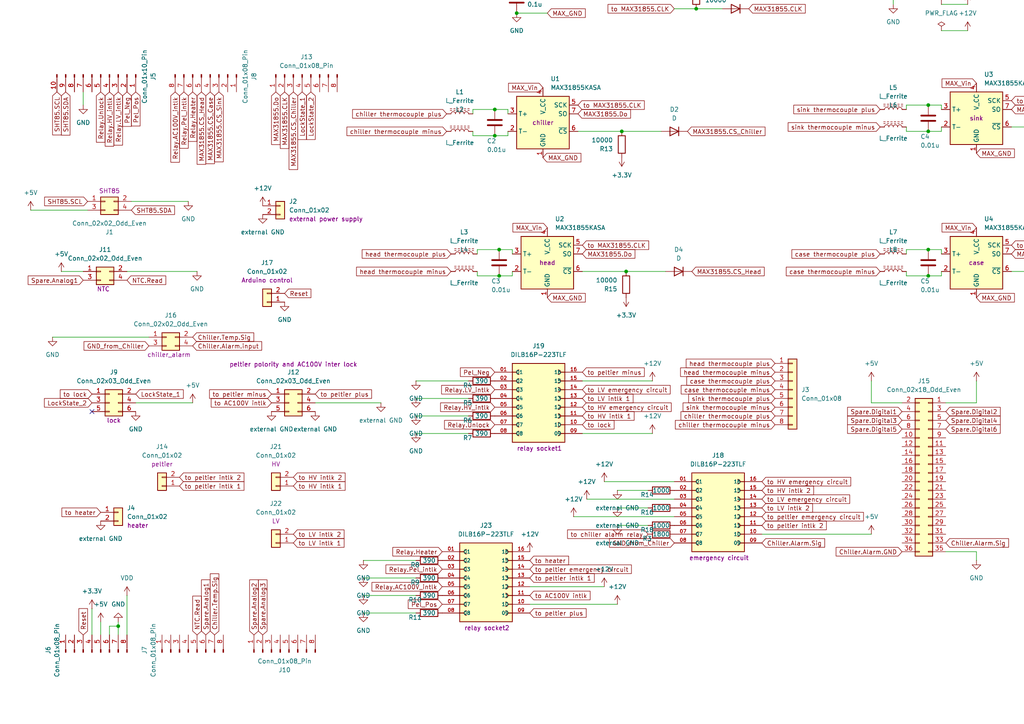
<source format=kicad_sch>
(kicad_sch (version 20231120) (generator "eeschema") (generator_version "8.0")
  (paper "A4")
  (junction (at 34.29 181.61))
  (junction (at 306.07 78.74))
  (junction (at 269.24 30.48))
  (junction (at 306.07 36.83))
  (junction (at 143.51 31.75))
  (junction (at 180.34 38.1))
  (junction (at 269.24 72.39))
  (junction (at 201.93 2.54))
  (junction (at 269.24 80.01))
  (junction (at 269.24 38.1))
  (junction (at 294.64 275.59))
  (junction (at 149.86 -3.81))
  (junction (at 144.78 72.39))
  (junction (at 144.78 80.01))
  (junction (at 143.51 39.37))
  (junction (at 294.64 260.35))
  (junction (at 271.78 274.32))
  (junction (at 181.61 78.74))
  (junction (at 149.86 3.81))
  (no_connect (at 26.67 119.38))
  (wire (pts (xy 262.89 72.39) (xy 269.24 72.39)))
  (wire (pts (xy 148.59 72.39) (xy 144.78 72.39)))
  (wire (pts (xy 273.05 72.39) (xy 269.24 72.39)))
  (wire (pts (xy 39.37 116.84) (xy 55.88 116.84)))
  (wire (pts (xy 179.07 152.4) (xy 187.96 152.4)))
  (wire (pts (xy 147.32 31.75) (xy 143.51 31.75)))
  (wire (pts (xy 120.65 115.57) (xy 135.89 115.57)))
  (wire (pts (xy 137.16 31.75) (xy 143.51 31.75)))
  (wire (pts (xy 166.37 149.86) (xy 195.58 149.86)))
  (wire (pts (xy 273.05 -6.35) (xy 280.67 -6.35)))
  (wire (pts (xy 179.07 142.24) (xy 187.96 142.24)))
  (wire (pts (xy 180.34 38.1) (xy 167.64 38.1)))
  (wire (pts (xy 36.83 172.72) (xy 36.83 184.15)))
  (wire (pts (xy 252.73 266.7) (xy 264.16 266.7)))
  (wire (pts (xy 148.59 73.66) (xy 148.59 72.39)))
  (wire (pts (xy 306.07 36.83) (xy 293.37 36.83)))
  (wire (pts (xy 306.07 78.74) (xy 293.37 78.74)))
  (wire (pts (xy 138.43 80.01) (xy 144.78 80.01)))
  (wire (pts (xy 31.75 181.61) (xy 31.75 184.15)))
  (wire (pts (xy 137.16 38.1) (xy 137.16 39.37)))
  (wire (pts (xy 252.73 116.84) (xy 261.62 116.84)))
  (wire (pts (xy 262.89 73.66) (xy 262.89 72.39)))
  (wire (pts (xy 252.73 260.35) (xy 294.64 260.35)))
  (wire (pts (xy 36.83 78.74) (xy 57.15 78.74)))
  (wire (pts (xy 273.05 73.66) (xy 273.05 72.39)))
  (wire (pts (xy 180.34 38.1) (xy 191.77 38.1)))
  (wire (pts (xy 252.73 265.43) (xy 252.73 266.7)))
  (wire (pts (xy 273.05 8.89) (xy 280.67 8.89)))
  (wire (pts (xy 105.41 172.72) (xy 120.65 172.72)))
  (wire (pts (xy 26.67 176.53) (xy 26.67 184.15)))
  (wire (pts (xy 252.73 110.49) (xy 252.73 116.84)))
  (wire (pts (xy 299.72 283.21) (xy 294.64 283.21)))
  (wire (pts (xy 252.73 262.89) (xy 264.16 262.89)))
  (wire (pts (xy 264.16 266.7) (xy 264.16 274.32)))
  (wire (pts (xy 91.44 116.84) (xy 110.49 116.84)))
  (wire (pts (xy 273.05 78.74) (xy 273.05 80.01)))
  (wire (pts (xy 8.89 60.96) (xy 25.4 60.96)))
  (wire (pts (xy 262.89 78.74) (xy 262.89 80.01)))
  (wire (pts (xy 259.08 -2.54) (xy 259.08 1.27)))
  (wire (pts (xy 34.29 181.61) (xy 31.75 181.61)))
  (wire (pts (xy 137.16 33.02) (xy 137.16 31.75)))
  (wire (pts (xy 181.61 78.74) (xy 168.91 78.74)))
  (wire (pts (xy 147.32 39.37) (xy 143.51 39.37)))
  (wire (pts (xy 15.24 97.79) (xy 43.18 97.79)))
  (wire (pts (xy 306.07 78.74) (xy 317.5 78.74)))
  (wire (pts (xy 175.26 139.7) (xy 195.58 139.7)))
  (wire (pts (xy 34.29 181.61) (xy 34.29 184.15)))
  (wire (pts (xy 220.98 154.94) (xy 252.73 154.94)))
  (wire (pts (xy 283.21 160.02) (xy 283.21 162.56)))
  (wire (pts (xy 105.41 167.64) (xy 120.65 167.64)))
  (wire (pts (xy 273.05 38.1) (xy 269.24 38.1)))
  (wire (pts (xy 105.41 162.56) (xy 120.65 162.56)))
  (wire (pts (xy 262.89 38.1) (xy 269.24 38.1)))
  (wire (pts (xy 262.89 36.83) (xy 262.89 38.1)))
  (wire (pts (xy 181.61 78.74) (xy 193.04 78.74)))
  (wire (pts (xy 271.78 274.32) (xy 271.78 276.86)))
  (wire (pts (xy 273.05 1.27) (xy 280.67 1.27)))
  (wire (pts (xy 120.65 110.49) (xy 135.89 110.49)))
  (wire (pts (xy 273.05 31.75) (xy 273.05 30.48)))
  (wire (pts (xy 201.93 2.54) (xy 209.55 2.54)))
  (wire (pts (xy 170.18 144.78) (xy 195.58 144.78)))
  (wire (pts (xy 105.41 177.8) (xy 120.65 177.8)))
  (wire (pts (xy 138.43 73.66) (xy 138.43 72.39)))
  (wire (pts (xy 168.91 125.73) (xy 189.23 125.73)))
  (wire (pts (xy 137.16 39.37) (xy 143.51 39.37)))
  (wire (pts (xy 294.64 260.35) (xy 304.8 260.35)))
  (wire (pts (xy 283.21 110.49) (xy 283.21 116.84)))
  (wire (pts (xy 218.44 260.35) (xy 240.03 260.35)))
  (wire (pts (xy 148.59 80.01) (xy 144.78 80.01)))
  (wire (pts (xy 273.05 30.48) (xy 269.24 30.48)))
  (wire (pts (xy 273.05 36.83) (xy 273.05 38.1)))
  (wire (pts (xy 262.89 30.48) (xy 269.24 30.48)))
  (wire (pts (xy 262.89 80.01) (xy 269.24 80.01)))
  (wire (pts (xy 262.89 31.75) (xy 262.89 30.48)))
  (wire (pts (xy 274.32 160.02) (xy 283.21 160.02)))
  (wire (pts (xy 153.67 175.26) (xy 179.07 175.26)))
  (wire (pts (xy 149.86 3.81) (xy 158.75 3.81)))
  (wire (pts (xy 179.07 147.32) (xy 187.96 147.32)))
  (wire (pts (xy 153.67 170.18) (xy 175.26 170.18)))
  (wire (pts (xy 168.91 110.49) (xy 189.23 110.49)))
  (wire (pts (xy 283.21 116.84) (xy 274.32 116.84)))
  (wire (pts (xy 17.78 78.74) (xy 24.13 78.74)))
  (wire (pts (xy 299.72 275.59) (xy 294.64 275.59)))
  (wire (pts (xy 148.59 78.74) (xy 148.59 80.01)))
  (wire (pts (xy 138.43 72.39) (xy 144.78 72.39)))
  (wire (pts (xy 29.21 180.34) (xy 29.21 184.15)))
  (wire (pts (xy 24.13 26.67) (xy 24.13 30.48)))
  (wire (pts (xy 294.64 271.78) (xy 294.64 275.59)))
  (wire (pts (xy 138.43 78.74) (xy 138.43 80.01)))
  (wire (pts (xy 38.1 58.42) (xy 54.61 58.42)))
  (wire (pts (xy 120.65 120.65) (xy 135.89 120.65)))
  (wire (pts (xy 195.58 2.54) (xy 201.93 2.54)))
  (wire (pts (xy 149.86 -3.81) (xy 158.75 -3.81)))
  (wire (pts (xy 120.65 125.73) (xy 135.89 125.73)))
  (wire (pts (xy 294.64 260.35) (xy 294.64 264.16)))
  (wire (pts (xy 273.05 80.01) (xy 269.24 80.01)))
  (wire (pts (xy 306.07 36.83) (xy 317.5 36.83)))
  (wire (pts (xy 147.32 38.1) (xy 147.32 39.37)))
  (wire (pts (xy 147.32 33.02) (xy 147.32 31.75)))
  (wire (pts (xy 34.29 180.34) (xy 34.29 181.61)))
  (global_label "GND_from_Chiller" (shape input) (at 43.18 100.33 180) (property "Intersheetrefs" "${INTERSHEET_REFS}" (effects (hide yes))))
  (global_label "MAX_Vin" (shape input) (at 157.48 25.4 180) (property "Intersheetrefs" "${INTERSHEET_REFS}" (effects (hide yes))))
  (global_label "to peltier emergency circuit" (shape input) (at 153.67 165.1 0) (property "Intersheetrefs" "${INTERSHEET_REFS}" (effects (hide yes))))
  (global_label "to peltier intlk 2" (shape input) (at 220.98 152.4 0) (property "Intersheetrefs" "${INTERSHEET_REFS}" (effects (hide yes))))
  (global_label "to LV emergency circuit" (shape input) (at 168.91 113.03 0) (property "Intersheetrefs" "${INTERSHEET_REFS}" (effects (hide yes))))
  (global_label "to MAX31855.CLK" (shape input) (at 167.64 30.48 0) (property "Intersheetrefs" "${INTERSHEET_REFS}" (effects (hide yes))))
  (global_label "case thermocouple plus" (shape input) (at 255.27 73.66 180) (property "Intersheetrefs" "${INTERSHEET_REFS}" (effects (hide yes))))
  (global_label "Spare.Digital3" (shape input) (at 261.62 121.92 180) (property "Intersheetrefs" "${INTERSHEET_REFS}" (effects (hide yes))))
  (global_label "MAX_GND" (shape input) (at 158.75 86.36 0) (property "Intersheetrefs" "${INTERSHEET_REFS}" (effects (hide yes))))
  (global_label "Pel_Neg" (shape input) (at 143.51 107.95 180) (property "Intersheetrefs" "${INTERSHEET_REFS}" (effects (hide yes))))
  (global_label "to chiller alarm relay" (shape input) (at 187.96 154.94 180) (property "Intersheetrefs" "${INTERSHEET_REFS}" (effects (hide yes))))
  (global_label "LockState_1" (shape input) (at 87.63 26.67 270) (property "Intersheetrefs" "${INTERSHEET_REFS}" (effects (hide yes))))
  (global_label "Spare.Digital4" (shape input) (at 274.32 121.92 0) (property "Intersheetrefs" "${INTERSHEET_REFS}" (effects (hide yes))))
  (global_label "MAX31855.Do" (shape input) (at 167.64 33.02 0) (property "Intersheetrefs" "${INTERSHEET_REFS}" (effects (hide yes))))
  (global_label "LockState_1" (shape input) (at 39.37 114.3 0) (property "Intersheetrefs" "${INTERSHEET_REFS}" (effects (hide yes))))
  (global_label "Relay.Heater" (shape input) (at 128.27 160.02 180) (property "Intersheetrefs" "${INTERSHEET_REFS}" (effects (hide yes))))
  (global_label "to MAX31855.CLK" (shape input) (at 293.37 29.21 0) (property "Intersheetrefs" "${INTERSHEET_REFS}" (effects (hide yes))))
  (global_label "to AC100V intlk" (shape input) (at 78.74 116.84 180) (property "Intersheetrefs" "${INTERSHEET_REFS}" (effects (hide yes))))
  (global_label "MAX31855.CS_Case" (shape input) (at 60.96 26.67 270) (property "Intersheetrefs" "${INTERSHEET_REFS}" (effects (hide yes))))
  (global_label "chiller thermocouple plus" (shape input) (at 129.54 33.02 180) (property "Intersheetrefs" "${INTERSHEET_REFS}" (effects (hide yes))))
  (global_label "Spare.Digital5" (shape input) (at 261.62 124.46 180) (property "Intersheetrefs" "${INTERSHEET_REFS}" (effects (hide yes))))
  (global_label "to MAX31855.CLK" (shape input) (at 168.91 71.12 0) (property "Intersheetrefs" "${INTERSHEET_REFS}" (effects (hide yes))))
  (global_label "LockState_2" (shape input) (at 26.67 116.84 180) (property "Intersheetrefs" "${INTERSHEET_REFS}" (effects (hide yes))))
  (global_label "MAX31855.Do" (shape input) (at 293.37 31.75 0) (property "Intersheetrefs" "${INTERSHEET_REFS}" (effects (hide yes))))
  (global_label "head thermocouple plus" (shape input) (at 130.81 73.66 180) (property "Intersheetrefs" "${INTERSHEET_REFS}" (effects (hide yes))))
  (global_label "sink thermocouple minus" (shape input) (at 224.79 118.11 180) (property "Intersheetrefs" "${INTERSHEET_REFS}" (effects (hide yes))))
  (global_label "MAX_GND" (shape input) (at 157.48 45.72 0) (property "Intersheetrefs" "${INTERSHEET_REFS}" (effects (hide yes))))
  (global_label "Chiller.Temp.Sig" (shape input) (at 62.23 184.15 90) (property "Intersheetrefs" "${INTERSHEET_REFS}" (effects (hide yes))))
  (global_label "to peltier minus" (shape input) (at 78.74 114.3 180) (property "Intersheetrefs" "${INTERSHEET_REFS}" (effects (hide yes))))
  (global_label "to peltier minus" (shape input) (at 168.91 107.95 0) (property "Intersheetrefs" "${INTERSHEET_REFS}" (effects (hide yes))))
  (global_label "MAX31855.CS_Sink" (shape input) (at 63.5 26.67 270) (property "Intersheetrefs" "${INTERSHEET_REFS}" (effects (hide yes))))
  (global_label "head thermocouple plus" (shape input) (at 224.79 105.41 180) (property "Intersheetrefs" "${INTERSHEET_REFS}" (effects (hide yes))))
  (global_label "SHT85.SCL" (shape input) (at 25.4 58.42 180) (property "Intersheetrefs" "${INTERSHEET_REFS}" (effects (hide yes))))
  (global_label "head thermocouple minus" (shape input) (at 224.79 107.95 180) (property "Intersheetrefs" "${INTERSHEET_REFS}" (effects (hide yes))))
  (global_label "Relay.HV_intlk" (shape input) (at 143.51 118.11 180) (property "Intersheetrefs" "${INTERSHEET_REFS}" (effects (hide yes))))
  (global_label "MAX_GND" (shape input) (at 158.75 3.81 0) (property "Intersheetrefs" "${INTERSHEET_REFS}" (effects (hide yes))))
  (global_label "MAX_GND" (shape input) (at 283.21 86.36 0) (property "Intersheetrefs" "${INTERSHEET_REFS}" (effects (hide yes))))
  (global_label "case thermocouple plus" (shape input) (at 224.79 110.49 180) (property "Intersheetrefs" "${INTERSHEET_REFS}" (effects (hide yes))))
  (global_label "Relay.Unlock" (shape input) (at 143.51 123.19 180) (property "Intersheetrefs" "${INTERSHEET_REFS}" (effects (hide yes))))
  (global_label "GND_from_Chiller" (shape input) (at 294.64 283.21 270) (property "Intersheetrefs" "${INTERSHEET_REFS}" (effects (hide yes))))
  (global_label "GND_from_Chiller" (shape input) (at 195.58 157.48 180) (property "Intersheetrefs" "${INTERSHEET_REFS}" (effects (hide yes))))
  (global_label "Relay.LV_intlk" (shape input) (at 143.51 113.03 180) (property "Intersheetrefs" "${INTERSHEET_REFS}" (effects (hide yes))))
  (global_label "sink thermocouple plus" (shape input) (at 255.27 31.75 180) (property "Intersheetrefs" "${INTERSHEET_REFS}" (effects (hide yes))))
  (global_label "Pel_Neg" (shape input) (at 36.83 26.67 270) (property "Intersheetrefs" "${INTERSHEET_REFS}" (effects (hide yes))))
  (global_label "to HV emergency circuit" (shape input) (at 220.98 139.7 0) (property "Intersheetrefs" "${INTERSHEET_REFS}" (effects (hide yes))))
  (global_label "Spare.Analog1" (shape input) (at 24.13 81.28 180) (property "Intersheetrefs" "${INTERSHEET_REFS}" (effects (hide yes))))
  (global_label "Spare.Analog1" (shape input) (at 59.69 184.15 90) (property "Intersheetrefs" "${INTERSHEET_REFS}" (effects (hide yes))))
  (global_label "Chiller.Temp.Sig" (shape input) (at 55.88 97.79 0) (property "Intersheetrefs" "${INTERSHEET_REFS}" (effects (hide yes))))
  (global_label "to MAX31855.CLK" (shape input) (at 293.37 71.12 0) (property "Intersheetrefs" "${INTERSHEET_REFS}" (effects (hide yes))))
  (global_label "Spare.Digital1" (shape input) (at 261.62 119.38 180) (property "Intersheetrefs" "${INTERSHEET_REFS}" (effects (hide yes))))
  (global_label "chiller thermocouple minus" (shape input) (at 129.54 38.1 180) (property "Intersheetrefs" "${INTERSHEET_REFS}" (effects (hide yes))))
  (global_label "Relay.HV_intlk" (shape input) (at 31.75 26.67 270) (property "Intersheetrefs" "${INTERSHEET_REFS}" (effects (hide yes))))
  (global_label "to chiller alarm relay" (shape input) (at 304.8 260.35 0) (property "Intersheetrefs" "${INTERSHEET_REFS}" (effects (hide yes))))
  (global_label "sink thermocouple minus" (shape input) (at 255.27 36.83 180) (property "Intersheetrefs" "${INTERSHEET_REFS}" (effects (hide yes))))
  (global_label "to HV intlk 2" (shape input) (at 220.98 142.24 0) (property "Intersheetrefs" "${INTERSHEET_REFS}" (effects (hide yes))))
  (global_label "to LV intlk 1" (shape input) (at 85.09 157.48 0) (property "Intersheetrefs" "${INTERSHEET_REFS}" (effects (hide yes))))
  (global_label "MAX31855.Do" (shape input) (at 168.91 73.66 0) (property "Intersheetrefs" "${INTERSHEET_REFS}" (effects (hide yes))))
  (global_label "Relay.Pel_intlk" (shape input) (at 128.27 165.1 180) (property "Intersheetrefs" "${INTERSHEET_REFS}" (effects (hide yes))))
  (global_label "to HV intlk 2" (shape input) (at 85.09 138.43 0) (property "Intersheetrefs" "${INTERSHEET_REFS}" (effects (hide yes))))
  (global_label "to AC100V intlk" (shape input) (at 153.67 172.72 0) (property "Intersheetrefs" "${INTERSHEET_REFS}" (effects (hide yes))))
  (global_label "Pel_Pos" (shape input) (at 39.37 26.67 270) (property "Intersheetrefs" "${INTERSHEET_REFS}" (effects (hide yes))))
  (global_label "LockState_2" (shape input) (at 90.17 26.67 270) (property "Intersheetrefs" "${INTERSHEET_REFS}" (effects (hide yes))))
  (global_label "MAX31855.CLK" (shape input) (at 217.17 2.54 0) (property "Intersheetrefs" "${INTERSHEET_REFS}" (effects (hide yes))))
  (global_label "Relay.Unlock" (shape input) (at 29.21 26.67 270) (property "Intersheetrefs" "${INTERSHEET_REFS}" (effects (hide yes))))
  (global_label "head thermocouple minus" (shape input) (at 130.81 78.74 180) (property "Intersheetrefs" "${INTERSHEET_REFS}" (effects (hide yes))))
  (global_label "sink thermocouple plus" (shape input) (at 224.79 115.57 180) (property "Intersheetrefs" "${INTERSHEET_REFS}" (effects (hide yes))))
  (global_label "GND_from_Chiller" (shape input) (at 279.4 274.32 270) (property "Intersheetrefs" "${INTERSHEET_REFS}" (effects (hide yes))))
  (global_label "MAX31855.Do" (shape input) (at 293.37 73.66 0) (property "Intersheetrefs" "${INTERSHEET_REFS}" (effects (hide yes))))
  (global_label "to peltier intlk 1" (shape input) (at 153.67 167.64 0) (property "Intersheetrefs" "${INTERSHEET_REFS}" (effects (hide yes))))
  (global_label "Chiller.Alarm.Sig" (shape input) (at 220.98 157.48 0) (property "Intersheetrefs" "${INTERSHEET_REFS}" (effects (hide yes))))
  (global_label "MAX31855.CS_Case" (shape input) (at 325.12 78.74 0) (property "Intersheetrefs" "${INTERSHEET_REFS}" (effects (hide yes))))
  (global_label "to HV intlk 1" (shape input) (at 168.91 120.65 0) (property "Intersheetrefs" "${INTERSHEET_REFS}" (effects (hide yes))))
  (global_label "to peltier plus" (shape input) (at 91.44 114.3 0) (property "Intersheetrefs" "${INTERSHEET_REFS}" (effects (hide yes))))
  (global_label "MAX_Vin" (shape input) (at 283.21 24.13 180) (property "Intersheetrefs" "${INTERSHEET_REFS}" (effects (hide yes))))
  (global_label "SHT85.SDA" (shape input) (at 19.05 26.67 270) (property "Intersheetrefs" "${INTERSHEET_REFS}" (effects (hide yes))))
  (global_label "to LV intlk 2" (shape input) (at 85.09 154.94 0) (property "Intersheetrefs" "${INTERSHEET_REFS}" (effects (hide yes))))
  (global_label "to LV intlk 2" (shape input) (at 220.98 147.32 0) (property "Intersheetrefs" "${INTERSHEET_REFS}" (effects (hide yes))))
  (global_label "MAX31855.CS_Head" (shape input) (at 200.66 78.74 0) (property "Intersheetrefs" "${INTERSHEET_REFS}" (effects (hide yes))))
  (global_label "chiller thermocouple minus" (shape input) (at 224.79 123.19 180) (property "Intersheetrefs" "${INTERSHEET_REFS}" (effects (hide yes))))
  (global_label "to LV emergency circuit" (shape input) (at 220.98 144.78 0) (property "Intersheetrefs" "${INTERSHEET_REFS}" (effects (hide yes))))
  (global_label "SHT85.SDA" (shape input) (at 38.1 60.96 0) (property "Intersheetrefs" "${INTERSHEET_REFS}" (effects (hide yes))))
  (global_label "MAX_GND" (shape input) (at 283.21 44.45 0) (property "Intersheetrefs" "${INTERSHEET_REFS}" (effects (hide yes))))
  (global_label "MAX31855.CS_Chiller" (shape input) (at 85.09 26.67 270) (property "Intersheetrefs" "${INTERSHEET_REFS}" (effects (hide yes))))
  (global_label "Relay.LV_intlk" (shape input) (at 34.29 26.67 270) (property "Intersheetrefs" "${INTERSHEET_REFS}" (effects (hide yes))))
  (global_label "MAX31855.CLK" (shape input) (at 82.55 26.67 270) (property "Intersheetrefs" "${INTERSHEET_REFS}" (effects (hide yes))))
  (global_label "Pel_Pos" (shape input) (at 128.27 175.26 180) (property "Intersheetrefs" "${INTERSHEET_REFS}" (effects (hide yes))))
  (global_label "case thermocouple minus" (shape input) (at 255.27 78.74 180) (property "Intersheetrefs" "${INTERSHEET_REFS}" (effects (hide yes))))
  (global_label "Relay.AC100V_intlk" (shape input) (at 50.8 26.67 270) (property "Intersheetrefs" "${INTERSHEET_REFS}" (effects (hide yes))))
  (global_label "MAX31855.CS_Chiller" (shape input) (at 199.39 38.1 0) (property "Intersheetrefs" "${INTERSHEET_REFS}" (effects (hide yes))))
  (global_label "Chiller.Alarm.Sig" (shape input) (at 274.32 157.48 0) (property "Intersheetrefs" "${INTERSHEET_REFS}" (effects (hide yes))))
  (global_label "chiller thermocouple plus" (shape input) (at 224.79 120.65 180) (property "Intersheetrefs" "${INTERSHEET_REFS}" (effects (hide yes))))
  (global_label "MAX_Vin" (shape input) (at 158.75 -3.81 0) (property "Intersheetrefs" "${INTERSHEET_REFS}" (effects (hide yes))))
  (global_label "NTC.Read" (shape input) (at 57.15 184.15 90) (property "Intersheetrefs" "${INTERSHEET_REFS}" (effects (hide yes))))
  (global_label "to peltier intlk 1" (shape input) (at 52.07 140.97 0) (property "Intersheetrefs" "${INTERSHEET_REFS}" (effects (hide yes))))
  (global_label "to MAX31855.CLK" (shape input) (at 195.58 2.54 180) (property "Intersheetrefs" "${INTERSHEET_REFS}" (effects (hide yes))))
  (global_label "SHT85.SCL" (shape input) (at 16.51 26.67 270) (property "Intersheetrefs" "${INTERSHEET_REFS}" (effects (hide yes))))
  (global_label "Spare.Digital2" (shape input) (at 274.32 119.38 0) (property "Intersheetrefs" "${INTERSHEET_REFS}" (effects (hide yes))))
  (global_label "to peltier plus" (shape input) (at 153.67 177.8 0) (property "Intersheetrefs" "${INTERSHEET_REFS}" (effects (hide yes))))
  (global_label "NTC.Read" (shape input) (at 36.83 81.28 0) (property "Intersheetrefs" "${INTERSHEET_REFS}" (effects (hide yes))))
  (global_label "MAX_Vin" (shape input) (at 158.75 66.04 180) (property "Intersheetrefs" "${INTERSHEET_REFS}" (effects (hide yes))))
  (global_label "Spare.Analog3" (shape input) (at 76.2 184.15 90) (property "Intersheetrefs" "${INTERSHEET_REFS}" (effects (hide yes))))
  (global_label "Chiller.Alarm.input" (shape input) (at 264.16 262.89 0) (property "Intersheetrefs" "${INTERSHEET_REFS}" (effects (hide yes))))
  (global_label "Relay.Pel_intlk" (shape input) (at 53.34 26.67 270) (property "Intersheetrefs" "${INTERSHEET_REFS}" (effects (hide yes))))
  (global_label "GND_from_Chiller" (shape input) (at 240.03 265.43 180) (property "Intersheetrefs" "${INTERSHEET_REFS}" (effects (hide yes))))
  (global_label "Chiller.Alarm.GND" (shape input) (at 240.03 262.89 180) (property "Intersheetrefs" "${INTERSHEET_REFS}" (effects (hide yes))))
  (global_label "to HV emergency circuit" (shape input) (at 168.91 118.11 0) (property "Intersheetrefs" "${INTERSHEET_REFS}" (effects (hide yes))))
  (global_label "MAX31855.CS_Head" (shape input) (at 58.42 26.67 270) (property "Intersheetrefs" "${INTERSHEET_REFS}" (effects (hide yes))))
  (global_label "Reset" (shape input) (at 24.13 184.15 90) (property "Intersheetrefs" "${INTERSHEET_REFS}" (effects (hide yes))))
  (global_label "to peltier emergency circuit" (shape input) (at 220.98 149.86 0) (property "Intersheetrefs" "${INTERSHEET_REFS}" (effects (hide yes))))
  (global_label "to HV intlk 1" (shape input) (at 85.09 140.97 0) (property "Intersheetrefs" "${INTERSHEET_REFS}" (effects (hide yes))))
  (global_label "Chiller.Alarm.Sig" (shape input) (at 271.78 276.86 270) (property "Intersheetrefs" "${INTERSHEET_REFS}" (effects (hide yes))))
  (global_label "Relay.Heater" (shape input) (at 55.88 26.67 270) (property "Intersheetrefs" "${INTERSHEET_REFS}" (effects (hide yes))))
  (global_label "to lock" (shape input) (at 26.67 114.3 180) (property "Intersheetrefs" "${INTERSHEET_REFS}" (effects (hide yes))))
  (global_label "Spare.Digital6" (shape input) (at 274.32 124.46 0) (property "Intersheetrefs" "${INTERSHEET_REFS}" (effects (hide yes))))
  (global_label "to LV intlk 1" (shape input) (at 168.91 115.57 0) (property "Intersheetrefs" "${INTERSHEET_REFS}" (effects (hide yes))))
  (global_label "to lock" (shape input) (at 168.91 123.19 0) (property "Intersheetrefs" "${INTERSHEET_REFS}" (effects (hide yes))))
  (global_label "to heater" (shape input) (at 29.21 148.59 180) (property "Intersheetrefs" "${INTERSHEET_REFS}" (effects (hide yes))))
  (global_label "Chiller.Alarm.input" (shape input) (at 55.88 100.33 0) (property "Intersheetrefs" "${INTERSHEET_REFS}" (effects (hide yes))))
  (global_label "to heater" (shape input) (at 153.67 162.56 0) (property "Intersheetrefs" "${INTERSHEET_REFS}" (effects (hide yes))))
  (global_label "case thermocouple minus" (shape input) (at 224.79 113.03 180) (property "Intersheetrefs" "${INTERSHEET_REFS}" (effects (hide yes))))
  (global_label "Spare.Analog2" (shape input) (at 73.66 184.15 90) (property "Intersheetrefs" "${INTERSHEET_REFS}" (effects (hide yes))))
  (global_label "MAX31855.CS_Sink" (shape input) (at 325.12 36.83 0) (property "Intersheetrefs" "${INTERSHEET_REFS}" (effects (hide yes))))
  (global_label "Chiller.Alarm.GND" (shape input) (at 261.62 160.02 180) (property "Intersheetrefs" "${INTERSHEET_REFS}" (effects (hide yes))))
  (global_label "MAX_Vin" (shape input) (at 283.21 66.04 180) (property "Intersheetrefs" "${INTERSHEET_REFS}" (effects (hide yes))))
  (global_label "to peltier intlk 2" (shape input) (at 52.07 138.43 0) (property "Intersheetrefs" "${INTERSHEET_REFS}" (effects (hide yes))))
  (global_label "MAX31855.Do" (shape input) (at 80.01 26.67 270) (property "Intersheetrefs" "${INTERSHEET_REFS}" (effects (hide yes))))
  (global_label "Relay.AC100V_intlk" (shape input) (at 128.27 170.18 180) (property "Intersheetrefs" "${INTERSHEET_REFS}" (effects (hide yes))))
  (global_label "Reset" (shape input) (at 82.55 85.09 0) (property "Intersheetrefs" "${INTERSHEET_REFS}" (effects (hide yes))))
  (symbol (lib_id "power:GND") (at 57.15 78.74 0) (unit 1)
    (property "Reference" "#PWR08" (effects (hide yes)))
    (property "Value" "GND" (at 57.15 83.82 0))
    (property "Description" "Power symbol creates a global label with name \"GND\" , ground" (effects (hide yes)))
  )
  (symbol (lib_id "power:+3.3V") (at 280.67 1.27 0) (unit 1)
    (property "Reference" "#PWR038" (effects (hide yes)))
    (property "Value" "+3.3V" (at 280.67 -3.81 0))
    (property "Description" "Power symbol creates a global label with name \"+3.3V\"" (effects (hide yes)))
  )
  (symbol (lib_id "Device:R") (at 124.46 172.72 90) (unit 1)
    (property "Reference" "R10" (at 120.396 173.99 90))
    (property "Value" "390" (at 124.46 172.72 90))
    (property "Footprint" "Resistor_SMD:R_0603_1608Metric_Pad0.98x0.95mm_HandSolder" (effects (hide yes)))
    (property "Description" "Resistor" (effects (hide yes)))
  )
  (symbol (lib_id "power:PWR_FLAG") (at 273.05 1.27 0) (unit 1)
    (property "Reference" "#FLG04" (effects (hide yes)))
    (property "Value" "PWR_FLAG" (at 273.05 -3.81 0))
    (property "Description" "Special symbol for telling ERC where power comes from" (effects (hide yes)))
  )
  (symbol (lib_id "Device:L_Ferrite") (at 133.35 33.02 90) (unit 1)
    (property "Reference" "L1" (at 133.35 26.67 90))
    (property "Value" "L_Ferrite" (at 133.35 29.21 90))
    (property "Footprint" "Inductor_SMD:L_0603_1608Metric_Pad1.05x0.95mm_HandSolder" (effects (hide yes)))
    (property "Description" "Inductor with ferrite core" (effects (hide yes)))
  )
  (symbol (lib_id "Device:R") (at 124.46 162.56 90) (unit 1)
    (property "Reference" "R8" (at 120.396 163.83 90))
    (property "Value" "390" (at 124.46 162.56 90))
    (property "Footprint" "Resistor_SMD:R_0603_1608Metric_Pad0.98x0.95mm_HandSolder" (effects (hide yes)))
    (property "Description" "Resistor" (effects (hide yes)))
  )
  (symbol (lib_id "Connector:Conn_01x08_Pin") (at 87.63 21.59 90) (mirror x) (unit 1)
    (property "Reference" "J13" (at 88.9 16.51 90))
    (property "Value" "Conn_01x08_Pin" (at 88.9 19.05 90))
    (property "Footprint" "Connector_PinHeader_2.54mm:PinHeader_1x08_P2.54mm_Vertical" (effects (hide yes)))
    (property "Description" "Generic connector, single row, 01x08, script generated" (effects (hide yes)))
  )
  (symbol (lib_id "Connector_Generic:Conn_01x02") (at 77.47 87.63 180) (unit 1)
    (property "Reference" "J17" (at 77.47 76.2 0))
    (property "Value" "Conn_01x02" (at 77.47 78.74 0))
    (property "Footprint" "my_expanded_footprint_library:Molex_Pico-Clasp_501331-0207_1x02-1MP_P1.00mm_Vertical" (effects (hide yes)))
    (property "Description" "Generic connector, single row, 01x02, script generated (kicad-library-utils/schlib/autogen/connector/)" (effects (hide yes)))
    (property "purpous" "Arduino control" (at 77.47 81.28 0))
  )
  (symbol (lib_id "Device:R") (at 191.77 147.32 90) (unit 1)
    (property "Reference" "R16" (at 187.706 148.59 90))
    (property "Value" "1000" (at 191.77 147.32 90))
    (property "Footprint" "Resistor_SMD:R_0603_1608Metric_Pad0.98x0.95mm_HandSolder" (effects (hide yes)))
    (property "Description" "Resistor" (effects (hide yes)))
  )
  (symbol (lib_id "Device:D") (at 294.64 279.4 270) (unit 1)
    (property "Reference" "D3" (at 300.99 279.4 0))
    (property "Value" "D" (at 298.45 279.4 0))
    (property "Footprint" "Diode_SMD:D_0603_1608Metric_Pad1.05x0.95mm_HandSolder" (effects (hide yes)))
    (property "Description" "Diode" (effects (hide yes)))
    (property "Sim.Device" "D" (effects (hide yes)))
    (property "Sim.Pins" "1=K 2=A" (effects (hide yes)))
  )
  (symbol (lib_id "power:+12V") (at 179.07 175.26 0) (unit 1)
    (property "Reference" "#PWR053" (effects (hide yes)))
    (property "Value" "+12V" (at 179.07 170.18 0))
    (property "Description" "Power symbol creates a global label with name \"+12V\"" (effects (hide yes)))
  )
  (symbol (lib_id "Connector_Generic:Conn_01x08") (at 229.87 113.03 0) (unit 1)
    (property "Reference" "J3" (at 232.41 113.0299 0) (effects (justify left)))
    (property "Value" "Conn_01x08" (at 232.41 115.5699 0) (effects (justify left)))
    (property "Footprint" "my_expanded_footprint_library:Molex_Pico-Clasp_501331-0807_1x08-1MP_P1.00mm_Vertical" (effects (hide yes)))
    (property "Description" "Generic connector, single row, 01x08, script generated (kicad-library-utils/schlib/autogen/connector/)" (effects (hide yes)))
    (property "purpose" "thermocouple connector" (effects (hide yes)))
  )
  (symbol (lib_id "power:GND") (at 91.44 119.38 0) (unit 1)
    (property "Reference" "#PWR051" (effects (hide yes)))
    (property "Value" "external GND" (at 91.44 124.46 0))
    (property "Description" "Power symbol creates a global label with name \"GND\" , ground" (effects (hide yes)))
  )
  (symbol (lib_id "power:+12V") (at 76.2 59.69 0) (unit 1)
    (property "Reference" "#PWR027" (effects (hide yes)))
    (property "Value" "+12V" (at 76.2 54.61 0))
    (property "Description" "Power symbol creates a global label with name \"+12V\"" (effects (hide yes)))
  )
  (symbol (lib_id "power:GND") (at 179.07 142.24 0) (unit 1)
    (property "Reference" "#PWR057" (effects (hide yes)))
    (property "Value" "external GND" (at 179.07 147.32 0))
    (property "Description" "Power symbol creates a global label with name \"GND\" , ground" (effects (hide yes)))
  )
  (symbol (lib_id "power:PWR_FLAG") (at 259.08 -2.54 0) (unit 1)
    (property "Reference" "#FLG01" (effects (hide yes)))
    (property "Value" "PWR_FLAG" (at 259.08 -7.62 0))
    (property "Description" "Special symbol for telling ERC where power comes from" (effects (hide yes)))
  )
  (symbol (lib_id "power:+3.3V") (at 26.67 176.53 0) (unit 1)
    (property "Reference" "#PWR018" (effects (hide yes)))
    (property "Value" "+3.3V" (at 26.67 171.45 0))
    (property "Description" "Power symbol creates a global label with name \"+3.3V\"" (effects (hide yes)))
  )
  (symbol (lib_id "Connector_Generic:Conn_01x02") (at 81.28 59.69 0) (unit 1)
    (property "Reference" "J2" (at 83.82 58.4199 0) (effects (justify left)))
    (property "Value" "Conn_01x02" (at 83.82 60.9599 0) (effects (justify left)))
    (property "Footprint" "Connector_Molex:Molex_Micro-Fit_3.0_43045-0215_2x01_P3.00mm_Vertical" (effects (hide yes)))
    (property "Description" "Generic connector, single row, 01x02, script generated (kicad-library-utils/schlib/autogen/connector/)" (effects (hide yes)))
    (property "purpous" "external power supply" (at 83.82 63.4999 0) (effects (justify left)))
  )
  (symbol (lib_id "Device:R") (at 124.46 167.64 90) (unit 1)
    (property "Reference" "R9" (at 120.396 168.91 90))
    (property "Value" "390" (at 124.46 167.64 90))
    (property "Footprint" "Resistor_SMD:R_0603_1608Metric_Pad0.98x0.95mm_HandSolder" (effects (hide yes)))
    (property "Description" "Resistor" (effects (hide yes)))
  )
  (symbol (lib_id "Connector_Generic:Conn_01x02") (at 34.29 148.59 0) (unit 1)
    (property "Reference" "J4" (at 36.83 147.3199 0) (effects (justify left)))
    (property "Value" "Conn_01x02" (at 36.83 149.8599 0) (effects (justify left)))
    (property "Footprint" "Connector_Molex:Molex_Micro-Fit_3.0_43045-0215_2x01_P3.00mm_Vertical" (effects (hide yes)))
    (property "Description" "Generic connector, single row, 01x02, script generated (kicad-library-utils/schlib/autogen/connector/)" (effects (hide yes)))
    (property "purpous" "heater" (at 36.83 152.3999 0) (effects (justify left)))
  )
  (symbol (lib_id "power:GND") (at 259.08 1.27 0) (unit 1)
    (property "Reference" "#PWR014" (effects (hide yes)))
    (property "Value" "GND" (at 259.08 6.35 0))
    (property "Description" "Power symbol creates a global label with name \"GND\" , ground" (effects (hide yes)))
  )
  (symbol (lib_id "Connector_Generic:Conn_02x18_Odd_Even") (at 269.24 137.16 0) (mirror y) (unit 1)
    (property "Reference" "J15" (at 267.97 110.49 0))
    (property "Value" "Conn_02x18_Odd_Even" (at 267.97 113.03 0))
    (property "Footprint" "Connector_PinHeader_2.54mm:PinHeader_2x18_P2.54mm_Vertical" (effects (hide yes)))
    (property "Description" "Generic connector, double row, 02x18, odd/even pin numbering scheme (row 1 odd numbers, row 2 even numbers), script generated (kicad-library-utils/schlib/autogen/connector/)" (effects (hide yes)))
  )
  (symbol (lib_id "Sensor_Temperature:MAX31855KASA") (at 157.48 35.56 0) (unit 1)
    (property "Reference" "U1" (at 159.6741 22.86 0) (effects (justify left)))
    (property "Value" "MAX31855KASA" (at 159.6741 25.4 0) (effects (justify left)))
    (property "Footprint" "my_expanded_footprint_library:SOIC-8_3.9x4.9mm_P1.27mm" (effects (hide yes)))
    (property "Datasheet" "http://datasheets.maximintegrated.com/en/ds/MAX31855.pdf" (effects (hide yes)))
    (property "Description" "Cold Junction K-type Termocouple Interface, SPI, SO8" (effects (hide yes)))
    (property "purpose" "chiller" (at 157.48 35.56 0))
  )
  (symbol (lib_id "Device:D") (at 196.85 78.74 180) (unit 1)
    (property "Reference" "D4" (at 196.85 72.39 0))
    (property "Value" "D" (at 196.85 74.93 0))
    (property "Footprint" "Diode_SMD:D_0603_1608Metric_Pad1.05x0.95mm_HandSolder" (effects (hide yes)))
    (property "Description" "Diode" (effects (hide yes)))
    (property "Sim.Device" "D" (effects (hide yes)))
    (property "Sim.Pins" "1=K 2=A" (effects (hide yes)))
  )
  (symbol (lib_id "Device:L_Ferrite") (at 134.62 73.66 90) (unit 1)
    (property "Reference" "L3" (at 134.62 67.31 90))
    (property "Value" "L_Ferrite" (at 134.62 69.85 90))
    (property "Footprint" "Inductor_SMD:L_0603_1608Metric_Pad1.05x0.95mm_HandSolder" (effects (hide yes)))
    (property "Description" "Inductor with ferrite core" (effects (hide yes)))
  )
  (symbol (lib_id "Connector_Generic:Conn_02x03_Odd_Even") (at 83.82 116.84 0) (unit 1)
    (property "Reference" "J12" (at 85.09 107.95 0))
    (property "Value" "Conn_02x03_Odd_Even" (at 85.09 110.49 0))
    (property "Footprint" "Connector_Molex:Molex_Micro-Fit_3.0_43045-0615_2x03_P3.00mm_Vertical" (effects (hide yes)))
    (property "Description" "Generic connector, double row, 02x03, odd/even pin numbering scheme (row 1 odd numbers, row 2 even numbers), script generated (kicad-library-utils/schlib/autogen/connector/)" (effects (hide yes)))
    (property "purpose" "peltier polority and AC100V inter lock" (at 85.09 105.664 0))
  )
  (symbol (lib_id "Device:R") (at 306.07 40.64 0) (mirror x) (unit 1)
    (property "Reference" "R17" (at 303.53 41.9101 0) (effects (justify right)))
    (property "Value" "10000" (at 303.53 39.3701 0) (effects (justify right)))
    (property "Footprint" "Resistor_SMD:R_0603_1608Metric_Pad0.98x0.95mm_HandSolder" (effects (hide yes)))
    (property "Description" "Resistor" (effects (hide yes)))
  )
  (symbol (lib_id "Device:C") (at 144.78 76.2 0) (unit 1)
    (property "Reference" "C3" (at 142.494 81.534 0) (effects (justify left)))
    (property "Value" "0.01u" (at 142.494 84.074 0) (effects (justify left)))
    (property "Footprint" "Capacitor_SMD:C_0603_1608Metric_Pad1.08x0.95mm_HandSolder" (effects (hide yes)))
    (property "Description" "Unpolarized capacitor" (effects (hide yes)))
  )
  (symbol (lib_id "power:GND") (at 15.24 97.79 0) (unit 1)
    (property "Reference" "#PWR030" (effects (hide yes)))
    (property "Value" "GND" (at 15.24 102.87 0))
    (property "Description" "Power symbol creates a global label with name \"GND\" , ground" (effects (hide yes)))
  )
  (symbol (lib_id "power:GND") (at 149.86 3.81 0) (unit 1)
    (property "Reference" "#PWR022" (effects (hide yes)))
    (property "Value" "GND" (at 149.86 8.89 0))
    (property "Description" "Power symbol creates a global label with name \"GND\" , ground" (effects (hide yes)))
  )
  (symbol (lib_id "Device:R") (at 275.59 274.32 270) (mirror x) (unit 1)
    (property "Reference" "R2" (at 275.59 267.97 90))
    (property "Value" "3900" (at 275.59 270.51 90))
    (property "Footprint" "Resistor_SMD:R_0603_1608Metric_Pad0.98x0.95mm_HandSolder" (effects (hide yes)))
    (property "Description" "Resistor" (effects (hide yes)))
  )
  (symbol (lib_id "power:+3.3V") (at 306.07 86.36 180) (unit 1)
    (property "Reference" "#PWR046" (effects (hide yes)))
    (property "Value" "+3.3V" (at 306.07 91.44 0))
    (property "Description" "Power symbol creates a global label with name \"+3.3V\"" (effects (hide yes)))
  )
  (symbol (lib_id "power:GND") (at 76.2 62.23 0) (unit 1)
    (property "Reference" "#PWR047" (effects (hide yes)))
    (property "Value" "external GND" (at 76.2 67.31 0))
    (property "Description" "Power symbol creates a global label with name \"GND\" , ground" (effects (hide yes)))
  )
  (symbol (lib_id "power:GND") (at 24.13 30.48 0) (unit 1)
    (property "Reference" "#PWR03" (effects (hide yes)))
    (property "Value" "GND" (at 24.13 35.56 0))
    (property "Description" "Power symbol creates a global label with name \"GND\" , ground" (effects (hide yes)))
  )
  (symbol (lib_id "power:GND") (at 82.55 87.63 0) (unit 1)
    (property "Reference" "#PWR019" (effects (hide yes)))
    (property "Value" "GND" (at 82.55 92.71 0))
    (property "Description" "Power symbol creates a global label with name \"GND\" , ground" (effects (hide yes)))
  )
  (symbol (lib_id "power:+3.3V") (at 149.86 -3.81 0) (unit 1)
    (property "Reference" "#PWR021" (effects (hide yes)))
    (property "Value" "+3.3V" (at 149.86 -8.89 0))
    (property "Description" "Power symbol creates a global label with name \"+3.3V\"" (effects (hide yes)))
  )
  (symbol (lib_id "power:PWR_FLAG") (at 273.05 8.89 0) (unit 1)
    (property "Reference" "#FLG03" (effects (hide yes)))
    (property "Value" "PWR_FLAG" (at 273.05 3.81 0))
    (property "Description" "Special symbol for telling ERC where power comes from" (effects (hide yes)))
  )
  (symbol (lib_id "Connector:Conn_01x08_Pin") (at 26.67 189.23 90) (unit 1)
    (property "Reference" "J6" (at 13.97 188.595 0))
    (property "Value" "Conn_01x08_Pin" (at 16.51 188.595 0))
    (property "Footprint" "Connector_PinHeader_2.54mm:PinHeader_1x08_P2.54mm_Vertical" (effects (hide yes)))
    (property "Description" "Generic connector, single row, 01x08, script generated" (effects (hide yes)))
  )
  (symbol (lib_id "Device:R") (at 181.61 82.55 0) (mirror x) (unit 1)
    (property "Reference" "R15" (at 179.07 83.8201 0) (effects (justify right)))
    (property "Value" "10000" (at 179.07 81.2801 0) (effects (justify right)))
    (property "Footprint" "Resistor_SMD:R_0603_1608Metric_Pad0.98x0.95mm_HandSolder" (effects (hide yes)))
    (property "Description" "Resistor" (effects (hide yes)))
  )
  (symbol (lib_id "Device:L_Ferrite") (at 259.08 78.74 90) (unit 1)
    (property "Reference" "L8" (at 259.08 72.39 90))
    (property "Value" "L_Ferrite" (at 259.08 82.042 90))
    (property "Footprint" "Inductor_SMD:L_0603_1608Metric_Pad1.05x0.95mm_HandSolder" (effects (hide yes)))
    (property "Description" "Inductor with ferrite core" (effects (hide yes)))
  )
  (symbol (lib_id "Connector_Generic:Conn_01x02") (at 80.01 157.48 180) (unit 1)
    (property "Reference" "J22" (at 80.01 146.05 0))
    (property "Value" "Conn_01x02" (at 80.01 148.59 0))
    (property "Footprint" "my_expanded_footprint_library:Molex_Pico-Clasp_501331-0207_1x02-1MP_P1.00mm_Vertical" (effects (hide yes)))
    (property "Description" "Generic connector, single row, 01x02, script generated (kicad-library-utils/schlib/autogen/connector/)" (effects (hide yes)))
    (property "purpous" "LV" (at 80.01 151.13 0))
  )
  (symbol (lib_id "Device:R") (at 139.7 120.65 90) (unit 1)
    (property "Reference" "R6" (at 135.636 121.92 90))
    (property "Value" "390" (at 139.7 120.65 90))
    (property "Footprint" "Resistor_SMD:R_0603_1608Metric_Pad0.98x0.95mm_HandSolder" (effects (hide yes)))
    (property "Description" "Resistor" (effects (hide yes)))
  )
  (symbol (lib_id "Sensor_Temperature:MAX31855KASA") (at 283.21 34.29 0) (unit 1)
    (property "Reference" "U3" (at 285.4041 21.59 0) (effects (justify left)))
    (property "Value" "MAX31855KASA" (at 285.4041 24.13 0) (effects (justify left)))
    (property "Footprint" "my_expanded_footprint_library:SOIC-8_3.9x4.9mm_P1.27mm" (effects (hide yes)))
    (property "Datasheet" "http://datasheets.maximintegrated.com/en/ds/MAX31855.pdf" (effects (hide yes)))
    (property "Description" "Cold Junction K-type Termocouple Interface, SPI, SO8" (effects (hide yes)))
    (property "purpose" "sink" (at 283.21 34.29 0))
  )
  (symbol (lib_id "power:+5V") (at 283.21 110.49 0) (unit 1)
    (property "Reference" "#PWR015" (effects (hide yes)))
    (property "Value" "+5V" (at 283.21 105.41 0))
    (property "Description" "Power symbol creates a global label with name \"+5V\"" (effects (hide yes)))
  )
  (symbol (lib_id "Connector_Generic:Conn_01x02") (at 80.01 140.97 180) (unit 1)
    (property "Reference" "J21" (at 80.01 129.54 0))
    (property "Value" "Conn_01x02" (at 80.01 132.08 0))
    (property "Footprint" "my_expanded_footprint_library:Molex_Pico-Clasp_501331-0207_1x02-1MP_P1.00mm_Vertical" (effects (hide yes)))
    (property "Description" "Generic connector, single row, 01x02, script generated (kicad-library-utils/schlib/autogen/connector/)" (effects (hide yes)))
    (property "purpous" "HV" (at 80.01 134.62 0))
  )
  (symbol (lib_id "Device:D") (at 299.72 279.4 90) (unit 1)
    (property "Reference" "D5" (at 306.07 279.4 0))
    (property "Value" "D" (at 303.53 279.4 0))
    (property "Footprint" "Diode_SMD:D_0603_1608Metric_Pad1.05x0.95mm_HandSolder" (effects (hide yes)))
    (property "Description" "Diode" (effects (hide yes)))
    (property "Sim.Device" "D" (effects (hide yes)))
    (property "Sim.Pins" "1=K 2=A" (effects (hide yes)))
  )
  (symbol (lib_id "Device:R") (at 180.34 41.91 0) (mirror x) (unit 1)
    (property "Reference" "R13" (at 177.8 43.1801 0) (effects (justify right)))
    (property "Value" "10000" (at 177.8 40.6401 0) (effects (justify right)))
    (property "Footprint" "Resistor_SMD:R_0603_1608Metric_Pad0.98x0.95mm_HandSolder" (effects (hide yes)))
    (property "Description" "Resistor" (effects (hide yes)))
  )
  (symbol (lib_id "Device:L_Ferrite") (at 134.62 78.74 90) (unit 1)
    (property "Reference" "L4" (at 134.62 72.39 90))
    (property "Value" "L_Ferrite" (at 134.62 82.042 90))
    (property "Footprint" "Inductor_SMD:L_0603_1608Metric_Pad1.05x0.95mm_HandSolder" (effects (hide yes)))
    (property "Description" "Inductor with ferrite core" (effects (hide yes)))
  )
  (symbol (lib_id "power:+12V") (at 175.26 139.7 0) (unit 1)
    (property "Reference" "#PWR045" (effects (hide yes)))
    (property "Value" "+12V" (at 175.26 134.62 0))
    (property "Description" "Power symbol creates a global label with name \"+12V\"" (effects (hide yes)))
  )
  (symbol (lib_id "power:+12V") (at 166.37 149.86 0) (unit 1)
    (property "Reference" "#PWR056" (effects (hide yes)))
    (property "Value" "+12V" (at 166.37 144.78 0))
    (property "Description" "Power symbol creates a global label with name \"+12V\"" (effects (hide yes)))
  )
  (symbol (lib_id "Device:D") (at 321.31 36.83 180) (unit 1)
    (property "Reference" "D6" (at 321.31 30.48 0))
    (property "Value" "D" (at 321.31 33.02 0))
    (property "Footprint" "Diode_SMD:D_0603_1608Metric_Pad1.05x0.95mm_HandSolder" (effects (hide yes)))
    (property "Description" "Diode" (effects (hide yes)))
    (property "Sim.Device" "D" (effects (hide yes)))
    (property "Sim.Pins" "1=K 2=A" (effects (hide yes)))
  )
  (symbol (lib_id "power:+3.3V") (at 306.07 44.45 180) (unit 1)
    (property "Reference" "#PWR044" (effects (hide yes)))
    (property "Value" "+3.3V" (at 306.07 49.53 0))
    (property "Description" "Power symbol creates a global label with name \"+3.3V\"" (effects (hide yes)))
  )
  (symbol (lib_id "power:GND") (at 110.49 116.84 0) (unit 1)
    (property "Reference" "#PWR050" (effects (hide yes)))
    (property "Value" "external GND" (at 110.49 121.92 0))
    (property "Description" "Power symbol creates a global label with name \"GND\" , ground" (effects (hide yes)))
  )
  (symbol (lib_id "power:+12V") (at 153.67 160.02 0) (unit 1)
    (property "Reference" "#PWR052" (effects (hide yes)))
    (property "Value" "+12V" (at 153.67 154.94 0))
    (property "Description" "Power symbol creates a global label with name \"+12V\"" (effects (hide yes)))
  )
  (symbol (lib_id "Device:R") (at 139.7 110.49 90) (unit 1)
    (property "Reference" "R4" (at 135.636 111.76 90))
    (property "Value" "390" (at 139.7 110.49 90))
    (property "Footprint" "Resistor_SMD:R_0603_1608Metric_Pad0.98x0.95mm_HandSolder" (effects (hide yes)))
    (property "Description" "Resistor" (effects (hide yes)))
  )
  (symbol (lib_id "Connector:Conn_01x08_Pin") (at 54.61 189.23 90) (unit 1)
    (property "Reference" "J7" (at 41.91 188.595 0))
    (property "Value" "Conn_01x08_Pin" (at 44.45 188.595 0))
    (property "Footprint" "Connector_PinHeader_2.54mm:PinHeader_1x08_P2.54mm_Vertical" (effects (hide yes)))
    (property "Description" "Generic connector, single row, 01x08, script generated" (effects (hide yes)))
  )
  (symbol (lib_id "power:GND") (at 105.41 162.56 0) (unit 1)
    (property "Reference" "#PWR054" (effects (hide yes)))
    (property "Value" "GND" (at 105.41 167.64 0))
    (property "Description" "Power symbol creates a global label with name \"GND\" , ground" (effects (hide yes)))
  )
  (symbol (lib_id "Device:C") (at 149.86 0 0) (unit 1)
    (property "Reference" "C1" (at 152.908 -1.27 0) (effects (justify left)))
    (property "Value" "0.1u" (at 152.908 1.27 0) (effects (justify left)))
    (property "Footprint" "Capacitor_SMD:C_0603_1608Metric_Pad1.08x0.95mm_HandSolder" (effects (hide yes)))
    (property "Description" "Unpolarized capacitor" (effects (hide yes)))
  )
  (symbol (lib_id "power:+5V") (at 252.73 110.49 0) (unit 1)
    (property "Reference" "#PWR011" (effects (hide yes)))
    (property "Value" "+5V" (at 252.73 105.41 0))
    (property "Description" "Power symbol creates a global label with name \"+5V\"" (effects (hide yes)))
  )
  (symbol (lib_id "power:GND") (at 34.29 180.34 180) (unit 1)
    (property "Reference" "#PWR05" (effects (hide yes)))
    (property "Value" "GND" (at 34.29 175.26 0))
    (property "Description" "Power symbol creates a global label with name \"GND\" , ground" (effects (hide yes)))
  )
  (symbol (lib_id "power:GND") (at 39.37 119.38 0) (unit 1)
    (property "Reference" "#PWR09" (effects (hide yes)))
    (property "Value" "GND" (at 39.37 124.46 0))
    (property "Description" "Power symbol creates a global label with name \"GND\" , ground" (effects (hide yes)))
  )
  (symbol (lib_id "power:GND") (at 29.21 151.13 0) (unit 1)
    (property "Reference" "#PWR048" (effects (hide yes)))
    (property "Value" "external GND" (at 29.21 156.21 0))
    (property "Description" "Power symbol creates a global label with name \"GND\" , ground" (effects (hide yes)))
  )
  (symbol (lib_id "power:PWR_FLAG") (at 273.05 -6.35 0) (unit 1)
    (property "Reference" "#FLG02" (effects (hide yes)))
    (property "Value" "PWR_FLAG" (at 273.05 -11.43 0))
    (property "Description" "Special symbol for telling ERC where power comes from" (effects (hide yes)))
  )
  (symbol (lib_id "power:+5V") (at 29.21 180.34 0) (unit 1)
    (property "Reference" "#PWR04" (effects (hide yes)))
    (property "Value" "+5V" (at 29.21 175.26 0))
    (property "Description" "Power symbol creates a global label with name \"+5V\"" (effects (hide yes)))
  )
  (symbol (lib_id "Device:D") (at 321.31 78.74 180) (unit 1)
    (property "Reference" "D8" (at 321.31 72.39 0))
    (property "Value" "D" (at 321.31 74.93 0))
    (property "Footprint" "Diode_SMD:D_0603_1608Metric_Pad1.05x0.95mm_HandSolder" (effects (hide yes)))
    (property "Description" "Diode" (effects (hide yes)))
    (property "Sim.Device" "D" (effects (hide yes)))
    (property "Sim.Pins" "1=K 2=A" (effects (hide yes)))
  )
  (symbol (lib_id "power:+12V") (at 189.23 125.73 0) (unit 1)
    (property "Reference" "#PWR049" (effects (hide yes)))
    (property "Value" "+12V" (at 189.23 120.65 0))
    (property "Description" "Power symbol creates a global label with name \"+12V\"" (effects (hide yes)))
  )
  (symbol (lib_id "power:+3.3V") (at 181.61 86.36 180) (unit 1)
    (property "Reference" "#PWR042" (effects (hide yes)))
    (property "Value" "+3.3V" (at 181.61 91.44 0))
    (property "Description" "Power symbol creates a global label with name \"+3.3V\"" (effects (hide yes)))
  )
  (symbol (lib_id "my_library:DILB16P-223TLF") (at 140.97 167.64 0) (unit 1)
    (property "Reference" "J23" (at 140.97 152.4 0))
    (property "Value" "DILB16P-223TLF" (at 140.97 154.94 0))
    (property "Footprint" "my_library:AMPHENOL_DILB16P-223TLF" (effects (hide yes)))
    (property "PARTREV" "F" (effects (hide yes)))
    (property "STANDARD" "Manufacturer Recommendations" (effects (hide yes)))
    (property "SNAPEDA_PN" "DILB16P-223TLF" (effects (hide yes)))
    (property "MAXIMUM_PACKAGE_HEIGHT" "5.25 mm" (effects (hide yes)))
    (property "MANUFACTURER" "Amphenol" (effects (hide yes)))
    (property "purpose" "relay socket2" (at 141.224 182.118 0))
  )
  (symbol (lib_id "Connector:Conn_01x08_Pin") (at 60.96 21.59 270) (unit 1)
    (property "Reference" "J8" (at 73.66 22.225 0))
    (property "Value" "Conn_01x08_Pin" (at 71.12 22.225 0))
    (property "Footprint" "Connector_PinHeader_2.54mm:PinHeader_1x08_P2.54mm_Vertical" (effects (hide yes)))
    (property "Description" "Generic connector, single row, 01x08, script generated" (effects (hide yes)))
  )
  (symbol (lib_id "Connector:Conn_01x10_Pin") (at 29.21 21.59 270) (unit 1)
    (property "Reference" "J5" (at 44.45 22.225 0))
    (property "Value" "Conn_01x10_Pin" (at 41.91 22.225 0))
    (property "Footprint" "Connector_PinHeader_2.54mm:PinHeader_1x10_P2.54mm_Vertical" (effects (hide yes)))
    (property "Description" "Generic connector, single row, 01x10, script generated" (effects (hide yes)))
  )
  (symbol (lib_id "Sensor_Temperature:MAX31855KASA") (at 158.75 76.2 0) (unit 1)
    (property "Reference" "U2" (at 160.9441 63.5 0) (effects (justify left)))
    (property "Value" "MAX31855KASA" (at 160.9441 66.04 0) (effects (justify left)))
    (property "Footprint" "my_expanded_footprint_library:SOIC-8_3.9x4.9mm_P1.27mm" (effects (hide yes)))
    (property "Datasheet" "http://datasheets.maximintegrated.com/en/ds/MAX31855.pdf" (effects (hide yes)))
    (property "Description" "Cold Junction K-type Termocouple Interface, SPI, SO8" (effects (hide yes)))
    (property "purpose" "head" (at 158.75 76.2 0))
  )
  (symbol (lib_id "power:GND") (at 218.44 260.35 0) (unit 1)
    (property "Reference" "#PWR012" (effects (hide yes)))
    (property "Value" "GND" (at 218.44 265.43 0))
    (property "Description" "Power symbol creates a global label with name \"GND\" , ground" (effects (hide yes)))
  )
  (symbol (lib_id "Device:R") (at 267.97 274.32 270) (mirror x) (unit 1)
    (property "Reference" "R1" (at 267.97 267.97 90))
    (property "Value" "10000" (at 267.97 270.51 90))
    (property "Footprint" "Resistor_SMD:R_0603_1608Metric_Pad0.98x0.95mm_HandSolder" (effects (hide yes)))
    (property "Description" "Resistor" (effects (hide yes)))
  )
  (symbol (lib_id "Device:R") (at 294.64 267.97 180) (unit 1)
    (property "Reference" "R20" (at 295.91 272.034 90))
    (property "Value" "1000" (at 294.64 267.97 90))
    (property "Footprint" "Resistor_SMD:R_0603_1608Metric_Pad0.98x0.95mm_HandSolder" (effects (hide yes)))
    (property "Description" "Resistor" (effects (hide yes)))
  )
  (symbol (lib_id "power:GND") (at 105.41 167.64 0) (unit 1)
    (property "Reference" "#PWR040" (effects (hide yes)))
    (property "Value" "GND" (at 105.41 172.72 0))
    (property "Description" "Power symbol creates a global label with name \"GND\" , ground" (effects (hide yes)))
  )
  (symbol (lib_id "my_library:DILB16P-223TLF") (at 208.28 147.32 0) (unit 1)
    (property "Reference" "J18" (at 208.28 132.08 0))
    (property "Value" "DILB16P-223TLF" (at 208.28 134.62 0))
    (property "Footprint" "my_library:AMPHENOL_DILB16P-223TLF" (effects (hide yes)))
    (property "PARTREV" "F" (effects (hide yes)))
    (property "STANDARD" "Manufacturer Recommendations" (effects (hide yes)))
    (property "SNAPEDA_PN" "DILB16P-223TLF" (effects (hide yes)))
    (property "MAXIMUM_PACKAGE_HEIGHT" "5.25 mm" (effects (hide yes)))
    (property "MANUFACTURER" "Amphenol" (effects (hide yes)))
    (property "purpose" "emergency circuit" (at 208.534 161.798 0))
  )
  (symbol (lib_id "power:+12V") (at 189.23 110.49 0) (unit 1)
    (property "Reference" "#PWR028" (effects (hide yes)))
    (property "Value" "+12V" (at 189.23 105.41 0))
    (property "Description" "Power symbol creates a global label with name \"+12V\"" (effects (hide yes)))
  )
  (symbol (lib_id "Device:C") (at 269.24 76.2 0) (unit 1)
    (property "Reference" "C5" (at 266.954 81.534 0) (effects (justify left)))
    (property "Value" "0.01u" (at 266.954 84.074 0) (effects (justify left)))
    (property "Footprint" "Capacitor_SMD:C_0603_1608Metric_Pad1.08x0.95mm_HandSolder" (effects (hide yes)))
    (property "Description" "Unpolarized capacitor" (effects (hide yes)))
  )
  (symbol (lib_id "power:GND") (at 120.65 120.65 0) (unit 1)
    (property "Reference" "#PWR035" (effects (hide yes)))
    (property "Value" "GND" (at 120.65 125.73 0))
    (property "Description" "Power symbol creates a global label with name \"GND\" , ground" (effects (hide yes)))
  )
  (symbol (lib_id "Device:D") (at 213.36 2.54 180) (unit 1)
    (property "Reference" "D1" (at 213.36 -3.81 0))
    (property "Value" "D" (at 213.36 -1.27 0))
    (property "Footprint" "Diode_SMD:D_0603_1608Metric_Pad1.05x0.95mm_HandSolder" (effects (hide yes)))
    (property "Description" "Diode" (effects (hide yes)))
    (property "Sim.Device" "D" (effects (hide yes)))
    (property "Sim.Pins" "1=K 2=A" (effects (hide yes)))
  )
  (symbol (lib_id "Device:R") (at 306.07 82.55 0) (mirror x) (unit 1)
    (property "Reference" "R19" (at 303.53 83.8201 0) (effects (justify right)))
    (property "Value" "10000" (at 303.53 81.2801 0) (effects (justify right)))
    (property "Footprint" "Resistor_SMD:R_0603_1608Metric_Pad0.98x0.95mm_HandSolder" (effects (hide yes)))
    (property "Description" "Resistor" (effects (hide yes)))
  )
  (symbol (lib_id "Connector:Conn_01x08_Pin") (at 81.28 189.23 90) (unit 1)
    (property "Reference" "J10" (at 82.55 194.31 90))
    (property "Value" "Conn_01x08_Pin" (at 82.55 191.77 90))
    (property "Footprint" "Connector_PinHeader_2.54mm:PinHeader_1x08_P2.54mm_Vertical" (effects (hide yes)))
    (property "Description" "Generic connector, single row, 01x08, script generated" (effects (hide yes)))
  )
  (symbol (lib_id "power:GND") (at 54.61 58.42 0) (unit 1)
    (property "Reference" "#PWR02" (effects (hide yes)))
    (property "Value" "GND" (at 54.61 63.5 0))
    (property "Description" "Power symbol creates a global label with name \"GND\" , ground" (effects (hide yes)))
  )
  (symbol (lib_id "power:+3.3V") (at 180.34 45.72 180) (unit 1)
    (property "Reference" "#PWR025" (effects (hide yes)))
    (property "Value" "+3.3V" (at 180.34 50.8 0))
    (property "Description" "Power symbol creates a global label with name \"+3.3V\"" (effects (hide yes)))
  )
  (symbol (lib_id "power:GND") (at 120.65 115.57 0) (unit 1)
    (property "Reference" "#PWR029" (effects (hide yes)))
    (property "Value" "GND" (at 120.65 120.65 0))
    (property "Description" "Power symbol creates a global label with name \"GND\" , ground" (effects (hide yes)))
  )
  (symbol (lib_id "Device:C") (at 143.51 35.56 0) (unit 1)
    (property "Reference" "C2" (at 141.224 40.894 0) (effects (justify left)))
    (property "Value" "0.01u" (at 141.224 43.434 0) (effects (justify left)))
    (property "Footprint" "Capacitor_SMD:C_0603_1608Metric_Pad1.08x0.95mm_HandSolder" (effects (hide yes)))
    (property "Description" "Unpolarized capacitor" (effects (hide yes)))
  )
  (symbol (lib_id "Connector_Generic:Conn_02x02_Odd_Even") (at 48.26 97.79 0) (unit 1)
    (property "Reference" "J16" (at 49.53 91.44 0))
    (property "Value" "Conn_02x02_Odd_Even" (at 49.53 93.98 0))
    (property "Footprint" "my_expanded_footprint_library:Molex_Pico-Clasp_501331-0407_1x04-1MP_P1.00mm_Vertical" (effects (hide yes)))
    (property "Description" "Generic connector, double row, 02x02, odd/even pin numbering scheme (row 1 odd numbers, row 2 even numbers), script generated (kicad-library-utils/schlib/autogen/connector/)" (effects (hide yes)))
    (property "purpous" "chiller_alarm" (at 49.022 102.87 0))
  )
  (symbol (lib_id "Device:L_Ferrite") (at 133.35 38.1 90) (unit 1)
    (property "Reference" "L2" (at 133.35 31.75 90))
    (property "Value" "L_Ferrite" (at 133.35 41.402 90))
    (property "Footprint" "Inductor_SMD:L_0603_1608Metric_Pad1.05x0.95mm_HandSolder" (effects (hide yes)))
    (property "Description" "Inductor with ferrite core" (effects (hide yes)))
  )
  (symbol (lib_id "Device:R") (at 124.46 177.8 90) (unit 1)
    (property "Reference" "R11" (at 120.396 179.07 90))
    (property "Value" "390" (at 124.46 177.8 90))
    (property "Footprint" "Resistor_SMD:R_0603_1608Metric_Pad0.98x0.95mm_HandSolder" (effects (hide yes)))
    (property "Description" "Resistor" (effects (hide yes)))
  )
  (symbol (lib_id "Connector_Generic:Conn_01x02") (at 46.99 140.97 180) (unit 1)
    (property "Reference" "J14" (at 46.99 129.54 0))
    (property "Value" "Conn_01x02" (at 46.99 132.08 0))
    (property "Footprint" "my_expanded_footprint_library:Molex_Pico-Clasp_501331-0207_1x02-1MP_P1.00mm_Vertical" (effects (hide yes)))
    (property "Description" "Generic connector, single row, 01x02, script generated (kicad-library-utils/schlib/autogen/connector/)" (effects (hide yes)))
    (property "purpous" "peltier" (at 46.99 134.62 0))
  )
  (symbol (lib_id "power:+5V") (at 17.78 78.74 0) (unit 1)
    (property "Reference" "#PWR06" (effects (hide yes)))
    (property "Value" "+5V" (at 17.78 73.66 0))
    (property "Description" "Power symbol creates a global label with name \"+5V\"" (effects (hide yes)))
  )
  (symbol (lib_id "power:GND") (at 120.65 125.73 0) (unit 1)
    (property "Reference" "#PWR036" (effects (hide yes)))
    (property "Value" "GND" (at 120.65 130.81 0))
    (property "Description" "Power symbol creates a global label with name \"GND\" , ground" (effects (hide yes)))
  )
  (symbol (lib_id "Device:L_Ferrite") (at 259.08 36.83 90) (unit 1)
    (property "Reference" "L6" (at 259.08 30.48 90))
    (property "Value" "L_Ferrite" (at 259.08 40.132 90))
    (property "Footprint" "Inductor_SMD:L_0603_1608Metric_Pad1.05x0.95mm_HandSolder" (effects (hide yes)))
    (property "Description" "Inductor with ferrite core" (effects (hide yes)))
  )
  (symbol (lib_id "power:+12V") (at 170.18 144.78 0) (unit 1)
    (property "Reference" "#PWR055" (effects (hide yes)))
    (property "Value" "+12V" (at 170.18 139.7 0))
    (property "Description" "Power symbol creates a global label with name \"+12V\"" (effects (hide yes)))
  )
  (symbol (lib_id "power:+12V") (at 280.67 8.89 0) (unit 1)
    (property "Reference" "#PWR024" (effects (hide yes)))
    (property "Value" "+12V" (at 280.67 3.81 0))
    (property "Description" "Power symbol creates a global label with name \"+12V\"" (effects (hide yes)))
  )
  (symbol (lib_id "Device:R") (at 139.7 125.73 90) (unit 1)
    (property "Reference" "R7" (at 135.636 127 90))
    (property "Value" "390" (at 139.7 125.73 90))
    (property "Footprint" "Resistor_SMD:R_0603_1608Metric_Pad0.98x0.95mm_HandSolder" (effects (hide yes)))
    (property "Description" "Resistor" (effects (hide yes)))
  )
  (symbol (lib_id "Connector_Generic:Conn_02x03_Odd_Even") (at 245.11 262.89 0) (unit 1)
    (property "Reference" "J20" (at 246.38 254 0))
    (property "Value" "Conn_02x03_Odd_Even" (at 246.38 256.54 0))
    (property "Footprint" "Connector_PinHeader_2.54mm:PinHeader_2x03_P2.54mm_Vertical" (effects (hide yes)))
    (property "Description" "Generic connector, double row, 02x03, odd/even pin numbering scheme (row 1 odd numbers, row 2 even numbers), script generated (kicad-library-utils/schlib/autogen/connector/)" (effects (hide yes)))
  )
  (symbol (lib_id "Device:R") (at 191.77 142.24 90) (unit 1)
    (property "Reference" "R14" (at 187.706 143.51 90))
    (property "Value" "1000" (at 191.77 142.24 90))
    (property "Footprint" "Resistor_SMD:R_0603_1608Metric_Pad0.98x0.95mm_HandSolder" (effects (hide yes)))
    (property "Description" "Resistor" (effects (hide yes)))
  )
  (symbol (lib_id "Connector_Generic:Conn_02x02_Odd_Even") (at 30.48 58.42 0) (unit 1)
    (property "Reference" "J1" (at 31.75 67.31 0))
    (property "Value" "Conn_02x02_Odd_Even" (at 31.75 64.77 0))
    (property "Footprint" "my_expanded_footprint_library:Molex_Pico-Clasp_501331-0407_1x04-1MP_P1.00mm_Vertical" (effects (hide yes)))
    (property "Description" "Generic connector, double row, 02x02, odd/even pin numbering scheme (row 1 odd numbers, row 2 even numbers), script generated (kicad-library-utils/schlib/autogen/connector/)" (effects (hide yes)))
    (property "purpose" "SHT85" (at 31.75 55.372 0))
  )
  (symbol (lib_id "power:GND") (at 78.74 119.38 0) (unit 1)
    (property "Reference" "#PWR033" (effects (hide yes)))
    (property "Value" "external GND" (at 78.74 124.46 0))
    (property "Description" "Power symbol creates a global label with name \"GND\" , ground" (effects (hide yes)))
  )
  (symbol (lib_id "Device:R") (at 139.7 115.57 90) (unit 1)
    (property "Reference" "R5" (at 135.636 116.84 90))
    (property "Value" "390" (at 139.7 115.57 90))
    (property "Footprint" "Resistor_SMD:R_0603_1608Metric_Pad0.98x0.95mm_HandSolder" (effects (hide yes)))
    (property "Description" "Resistor" (effects (hide yes)))
  )
  (symbol (lib_id "power:+5V") (at 55.88 116.84 0) (unit 1)
    (property "Reference" "#PWR07" (effects (hide yes)))
    (property "Value" "+5V" (at 55.88 111.76 0))
    (property "Description" "Power symbol creates a global label with name \"+5V\"" (effects (hide yes)))
  )
  (symbol (lib_id "Device:L_Ferrite") (at 259.08 73.66 90) (unit 1)
    (property "Reference" "L7" (at 259.08 67.31 90))
    (property "Value" "L_Ferrite" (at 259.08 69.85 90))
    (property "Footprint" "Inductor_SMD:L_0603_1608Metric_Pad1.05x0.95mm_HandSolder" (effects (hide yes)))
    (property "Description" "Inductor with ferrite core" (effects (hide yes)))
  )
  (symbol (lib_id "Device:R") (at 201.93 -1.27 0) (mirror y) (unit 1)
    (property "Reference" "R12" (at 204.47 -2.5401 0) (effects (justify right)))
    (property "Value" "10000" (at 204.47 -0.0001 0) (effects (justify right)))
    (property "Footprint" "Resistor_SMD:R_0603_1608Metric_Pad0.98x0.95mm_HandSolder" (effects (hide yes)))
    (property "Description" "Resistor" (effects (hide yes)))
  )
  (symbol (lib_id "power:GND") (at 105.41 172.72 0) (unit 1)
    (property "Reference" "#PWR039" (effects (hide yes)))
    (property "Value" "GND" (at 105.41 177.8 0))
    (property "Description" "Power symbol creates a global label with name \"GND\" , ground" (effects (hide yes)))
  )
  (symbol (lib_id "power:+5V") (at 252.73 154.94 0) (unit 1)
    (property "Reference" "#PWR020" (effects (hide yes)))
    (property "Value" "+5V" (at 252.73 149.86 0))
    (property "Description" "Power symbol creates a global label with name \"+5V\"" (effects (hide yes)))
  )
  (symbol (lib_id "Connector_Generic:Conn_02x03_Odd_Even") (at 31.75 116.84 0) (unit 1)
    (property "Reference" "J9" (at 33.02 107.95 0))
    (property "Value" "Conn_02x03_Odd_Even" (at 33.02 110.49 0))
    (property "Footprint" "Connector_Molex:Molex_Micro-Fit_3.0_43045-0615_2x03_P3.00mm_Vertical" (effects (hide yes)))
    (property "Description" "Generic connector, double row, 02x03, odd/even pin numbering scheme (row 1 odd numbers, row 2 even numbers), script generated (kicad-library-utils/schlib/autogen/connector/)" (effects (hide yes)))
    (property "purpose" "lock" (at 33.02 121.92 0))
  )
  (symbol (lib_id "power:+3.3V") (at 201.93 -5.08 0) (unit 1)
    (property "Reference" "#PWR010" (effects (hide yes)))
    (property "Value" "+3.3V" (at 201.93 -10.16 0))
    (property "Description" "Power symbol creates a global label with name \"+3.3V\"" (effects (hide yes)))
  )
  (symbol (lib_id "Device:R") (at 191.77 154.94 90) (unit 1)
    (property "Reference" "R3" (at 187.706 156.21 90))
    (property "Value" "1800" (at 191.77 154.94 90))
    (property "Footprint" "Resistor_SMD:R_0603_1608Metric_Pad0.98x0.95mm_HandSolder" (effects (hide yes)))
    (property "Description" "Resistor" (effects (hide yes)))
  )
  (symbol (lib_id "power:GND") (at 283.21 162.56 0) (unit 1)
    (property "Reference" "#PWR016" (effects (hide yes)))
    (property "Value" "GND" (at 283.21 167.64 0))
    (property "Description" "Power symbol creates a global label with name \"GND\" , ground" (effects (hide yes)))
  )
  (symbol (lib_id "power:+5V") (at 280.67 -6.35 0) (unit 1)
    (property "Reference" "#PWR017" (effects (hide yes)))
    (property "Value" "+5V" (at 280.67 -11.43 0))
    (property "Description" "Power symbol creates a global label with name \"+5V\"" (effects (hide yes)))
  )
  (symbol (lib_id "power:GND") (at 105.41 177.8 0) (unit 1)
    (property "Reference" "#PWR037" (effects (hide yes)))
    (property "Value" "GND" (at 105.41 182.88 0))
    (property "Description" "Power symbol creates a global label with name \"GND\" , ground" (effects (hide yes)))
  )
  (symbol (lib_id "power:+5V") (at 8.89 60.96 0) (unit 1)
    (property "Reference" "#PWR01" (effects (hide yes)))
    (property "Value" "+5V" (at 8.89 55.88 0))
    (property "Description" "Power symbol creates a global label with name \"+5V\"" (effects (hide yes)))
  )
  (symbol (lib_id "Device:R") (at 191.77 152.4 90) (unit 1)
    (property "Reference" "R18" (at 187.706 153.67 90))
    (property "Value" "1000" (at 191.77 152.4 90))
    (property "Footprint" "Resistor_SMD:R_0603_1608Metric_Pad0.98x0.95mm_HandSolder" (effects (hide yes)))
    (property "Description" "Resistor" (effects (hide yes)))
  )
  (symbol (lib_id "Device:D") (at 195.58 38.1 180) (unit 1)
    (property "Reference" "D2" (at 195.58 31.75 0))
    (property "Value" "D" (at 195.58 34.29 0))
    (property "Footprint" "Diode_SMD:D_0603_1608Metric_Pad1.05x0.95mm_HandSolder" (effects (hide yes)))
    (property "Description" "Diode" (effects (hide yes)))
    (property "Sim.Device" "D" (effects (hide yes)))
    (property "Sim.Pins" "1=K 2=A" (effects (hide yes)))
  )
  (symbol (lib_id "power:GND") (at 179.07 152.4 0) (unit 1)
    (property "Reference" "#PWR043" (effects (hide yes)))
    (property "Value" "external GND" (at 179.07 157.48 0))
    (property "Description" "Power symbol creates a global label with name \"GND\" , ground" (effects (hide yes)))
  )
  (symbol (lib_id "my_library:DILB16P-223TLF") (at 156.21 115.57 0) (unit 1)
    (property "Reference" "J19" (at 156.21 100.33 0))
    (property "Value" "DILB16P-223TLF" (at 156.21 102.87 0))
    (property "Footprint" "my_library:AMPHENOL_DILB16P-223TLF" (effects (hide yes)))
    (property "PARTREV" "F" (effects (hide yes)))
    (property "STANDARD" "Manufacturer Recommendations" (effects (hide yes)))
    (property "SNAPEDA_PN" "DILB16P-223TLF" (effects (hide yes)))
    (property "MAXIMUM_PACKAGE_HEIGHT" "5.25 mm" (effects (hide yes)))
    (property "MANUFACTURER" "Amphenol" (effects (hide yes)))
    (property "purpose" "relay socket1" (at 156.464 130.048 0))
  )
  (symbol (lib_id "Device:C") (at 269.24 34.29 0) (unit 1)
    (property "Reference" "C4" (at 266.954 39.624 0) (effects (justify left)))
    (property "Value" "0.01u" (at 266.954 42.164 0) (effects (justify left)))
    (property "Footprint" "Capacitor_SMD:C_0603_1608Metric_Pad1.08x0.95mm_HandSolder" (effects (hide yes)))
    (property "Description" "Unpolarized capacitor" (effects (hide yes)))
  )
  (symbol (lib_id "power:VDD") (at 36.83 172.72 0) (unit 1)
    (property "Reference" "#PWR023" (effects (hide yes)))
    (property "Value" "VDD" (at 36.83 167.64 0))
    (property "Description" "Power symbol creates a global label with name \"VDD\"" (effects (hide yes)))
  )
  (symbol (lib_id "Sensor_Temperature:MAX31855KASA") (at 283.21 76.2 0) (unit 1)
    (property "Reference" "U4" (at 285.4041 63.5 0) (effects (justify left)))
    (property "Value" "MAX31855KASA" (at 285.4041 66.04 0) (effects (justify left)))
    (property "Footprint" "my_expanded_footprint_library:SOIC-8_3.9x4.9mm_P1.27mm" (effects (hide yes)))
    (property "Datasheet" "http://datasheets.maximintegrated.com/en/ds/MAX31855.pdf" (effects (hide yes)))
    (property "Description" "Cold Junction K-type Termocouple Interface, SPI, SO8" (effects (hide yes)))
    (property "purpose" "case" (at 283.21 76.2 0))
  )
  (symbol (lib_id "power:GND") (at 120.65 110.49 0) (unit 1)
    (property "Reference" "#PWR026" (effects (hide yes)))
    (property "Value" "GND" (at 120.65 115.57 0))
    (property "Description" "Power symbol creates a global label with name \"GND\" , ground" (effects (hide yes)))
  )
  (symbol (lib_id "Connector_Generic:Conn_02x02_Odd_Even") (at 29.21 78.74 0) (unit 1)
    (property "Reference" "J11" (at 30.48 72.39 0))
    (property "Value" "Conn_02x02_Odd_Even" (at 30.48 74.93 0))
    (property "Footprint" "my_expanded_footprint_library:Molex_Pico-Clasp_501331-0407_1x04-1MP_P1.00mm_Vertical" (effects (hide yes)))
    (property "Description" "Generic connector, double row, 02x02, odd/even pin numbering scheme (row 1 odd numbers, row 2 even numbers), script generated (kicad-library-utils/schlib/autogen/connector/)" (effects (hide yes)))
    (property "purpous" "NTC" (at 29.972 83.82 0))
  )
  (symbol (lib_id "Device:L_Ferrite") (at 259.08 31.75 90) (unit 1)
    (property "Reference" "L5" (at 259.08 25.4 90))
    (property "Value" "L_Ferrite" (at 259.08 27.94 90))
    (property "Footprint" "Inductor_SMD:L_0603_1608Metric_Pad1.05x0.95mm_HandSolder" (effects (hide yes)))
    (property "Description" "Inductor with ferrite core" (effects (hide yes)))
  )
  (symbol (lib_id "power:+12V") (at 175.26 170.18 0) (unit 1)
    (property "Reference" "#PWR013" (effects (hide yes)))
    (property "Value" "+12V" (at 175.26 165.1 0))
    (property "Description" "Power symbol creates a global label with name \"+12V\"" (effects (hide yes)))
  )
  (symbol (lib_id "power:GND") (at 179.07 147.32 0) (unit 1)
    (property "Reference" "#PWR041" (effects (hide yes)))
    (property "Value" "external GND" (at 179.07 152.4 0))
    (property "Description" "Power symbol creates a global label with name \"GND\" , ground" (effects (hide yes)))
  )
)
</source>
